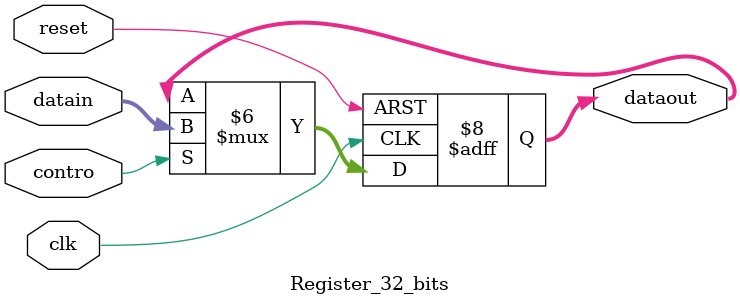
<source format=v>
module Register_32_bits(datain, dataout, contro, reset, clk);
    input [31:0] datain;
    input clk, contro, reset;
    output reg [31:0] dataout;
    initial begin
        dataout = 32'd0;
    end
    always @(posedge clk, posedge reset) begin
        if(reset == 1'b1) dataout = 32'd0;
        else begin
            if(contro == 1'b1) dataout = datain;
        end
    end
endmodule
</source>
